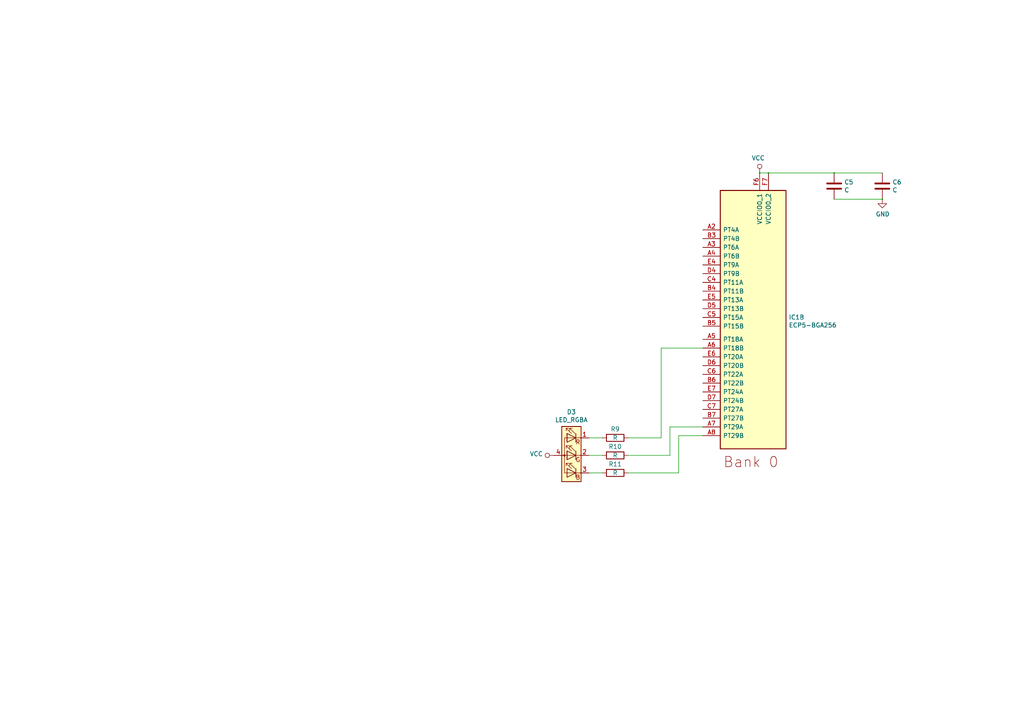
<source format=kicad_sch>
(kicad_sch (version 20200714) (host eeschema "5.99.0-unknown-027b6c8cf~102~ubuntu20.04.1")
  (page 6 6)
  (paper "A4")
  (lib_symbols
    (symbol "Device:C" (pin_numbers hide) (pin_names (offset 0.254))
      (property "Reference" "C" (at 0.635 2.54 0))
      (property "Value" "C" (at 0.635 -2.54 0))
      (symbol "C_0_1"
        (polyline (pts (xy -2.032 -0.762) (xy 2.032 -0.762)) (stroke (width 0.508)))
        (polyline (pts (xy -2.032 0.762) (xy 2.032 0.762)) (stroke (width 0.508)))
      )
      (symbol "C_1_1"
        (pin passive line (at 0 3.81 270) (length 2.794) (name "~") (number "1"))
        (pin passive line (at 0 -3.81 90) (length 2.794) (name "~") (number "2"))
      )
    )
    (symbol "Device:LED_RGBA" (pin_names (offset 0) hide)
      (property "Reference" "D" (at 0 9.398 0))
      (property "Value" "LED_RGBA" (at 0 -8.89 0))
      (symbol "LED_RGBA_0_1"
        (circle (center 2.032 0) (radius 0.254) (fill (type outline)))
        (rectangle (start 1.27 -1.27) (end 1.27 1.27))
        (rectangle (start 1.27 1.27) (end 1.27 1.27))
        (rectangle (start 1.27 3.81) (end 1.27 6.35))
        (rectangle (start 1.27 6.35) (end 1.27 6.35))
        (rectangle (start 2.794 8.382) (end -2.794 -7.62) (stroke (width 0.254)) (fill (type background)))
        (polyline (pts (xy -1.27 -5.08) (xy -2.54 -5.08)))
        (polyline (pts (xy -1.27 -5.08) (xy 1.27 -5.08)))
        (polyline (pts (xy -1.27 -3.81) (xy -1.27 -6.35)))
        (polyline (pts (xy -1.27 -3.81) (xy -1.27 -6.35)) (stroke (width 0.2032)))
        (polyline (pts (xy -1.27 0) (xy -2.54 0)))
        (polyline (pts (xy -1.27 0) (xy 1.27 0)))
        (polyline (pts (xy -1.27 1.27) (xy -1.27 -1.27)) (stroke (width 0.2032)))
        (polyline (pts (xy -1.27 5.08) (xy -2.54 5.08)))
        (polyline (pts (xy -1.27 6.35) (xy -1.27 3.81)) (stroke (width 0.2032)))
        (polyline (pts (xy 1.27 0) (xy 2.54 0)))
        (polyline (pts (xy 1.27 5.08) (xy -1.27 5.08)))
        (polyline (pts (xy -1.27 1.27) (xy -1.27 -1.27) (xy -1.27 -1.27)))
        (polyline (pts (xy -1.27 6.35) (xy -1.27 3.81) (xy -1.27 3.81)))
        (polyline (pts (xy 1.27 -5.08) (xy 2.032 -5.08) (xy 2.032 5.08) (xy 1.27 5.08)))
        (polyline (pts (xy 1.27 -3.81) (xy 1.27 -6.35) (xy -1.27 -5.08) (xy 1.27 -3.81)) (stroke (width 0.2032)))
        (polyline (pts (xy 1.27 1.27) (xy 1.27 -1.27) (xy -1.27 0) (xy 1.27 1.27)) (stroke (width 0.2032)))
        (polyline (pts (xy 1.27 6.35) (xy 1.27 3.81) (xy -1.27 5.08) (xy 1.27 6.35)) (stroke (width 0.2032)))
        (polyline (pts (xy -1.016 -3.81) (xy 0.508 -2.286) (xy -0.254 -2.286) (xy 0.508 -2.286) (xy 0.508 -3.048)))
        (polyline (pts (xy -1.016 1.27) (xy 0.508 2.794) (xy -0.254 2.794) (xy 0.508 2.794) (xy 0.508 2.032)))
        (polyline (pts (xy -1.016 6.35) (xy 0.508 7.874) (xy -0.254 7.874) (xy 0.508 7.874) (xy 0.508 7.112)))
        (polyline (pts (xy 0 -3.81) (xy 1.524 -2.286) (xy 0.762 -2.286) (xy 1.524 -2.286) (xy 1.524 -3.048)))
        (polyline (pts (xy 0 1.27) (xy 1.524 2.794) (xy 0.762 2.794) (xy 1.524 2.794) (xy 1.524 2.032)))
        (polyline (pts (xy 0 6.35) (xy 1.524 7.874) (xy 0.762 7.874) (xy 1.524 7.874) (xy 1.524 7.112)))
      )
      (symbol "LED_RGBA_0_0"
        (text "B" (at -1.905 -6.35 0) (effects (font (size 1.27 1.27))))
        (text "G" (at -1.905 -1.27 0) (effects (font (size 1.27 1.27))))
        (text "R" (at -1.905 3.81 0) (effects (font (size 1.27 1.27))))
      )
      (symbol "LED_RGBA_1_1"
        (pin passive line (at -5.08 5.08 0) (length 2.54) (name "RK") (number "1"))
        (pin passive line (at -5.08 0 0) (length 2.54) (name "GK") (number "2"))
        (pin passive line (at -5.08 -5.08 0) (length 2.54) (name "BK") (number "3"))
        (pin passive line (at 5.08 0 180) (length 2.54) (name "A") (number "4"))
      )
    )
    (symbol "Device:R" (pin_numbers hide) (pin_names (offset 0))
      (property "Reference" "R" (at 2.032 0 90))
      (property "Value" "R" (at 0 0 90))
      (symbol "R_0_1"
        (rectangle (start -1.016 -2.54) (end 1.016 2.54) (stroke (width 0.254)))
      )
      (symbol "R_1_1"
        (pin passive line (at 0 3.81 270) (length 1.27) (name "~") (number "1"))
        (pin passive line (at 0 -3.81 90) (length 1.27) (name "~") (number "2"))
      )
    )
    (symbol "mini_mipi:ECP5-BGA256" (pin_names (offset 0.762))
      (property "Reference" "IC" (at -2.54 1.27 0))
      (property "Value" "ECP5-BGA256" (at 10.16 1.27 0))
      (symbol "ECP5-BGA256_8_0"
        (text "(Config)" (at 13.97 -97.79 0) (effects (font (size 2.9972 2.9972))))
        (text "Bank 8" (at 13.97 -92.71 0) (effects (font (size 2.9972 2.9972))))
      )
      (symbol "ECP5-BGA256_1_1"
        (text "FPGA Supplies" (at 19.05 -76.2 0) (effects (font (size 2.9972 2.9972))))
        (pin power_in line (at 38.1 -2.54 180) (length 5.08) (name "GND_1") (number "A1"))
        (pin power_in line (at 38.1 -5.08 180) (length 5.08) (name "GND_2") (number "A16"))
        (pin power_in line (at 38.1 -10.16 180) (length 5.08) (name "GND_4") (number "D15"))
        (pin power_in line (at 38.1 -7.62 180) (length 5.08) (name "GND_3") (number "D2"))
        (pin power_in line (at 38.1 -12.7 180) (length 5.08) (name "GND_5") (number "F8"))
        (pin power_in line (at 38.1 -15.24 180) (length 5.08) (name "GND_6") (number "F9"))
        (pin power_in line (at 38.1 -20.32 180) (length 5.08) (name "GND_8") (number "G10"))
        (pin power_in line (at 0 -66.04 0) (length 5.08) (name "VCCAUX_1") (number "G11"))
        (pin power_in line (at 0 -2.54 0) (length 5.08) (name "VCC_1") (number "G6"))
        (pin power_in line (at 0 -5.08 0) (length 5.08) (name "VCC_2") (number "G7"))
        (pin power_in line (at 38.1 -17.78 180) (length 5.08) (name "GND_7") (number "G8"))
        (pin power_in line (at 0 -7.62 0) (length 5.08) (name "VCC_3") (number "G9"))
        (pin power_in line (at 38.1 -22.86 180) (length 5.08) (name "GND_9") (number "H1"))
        (pin power_in line (at 38.1 -30.48 180) (length 5.08) (name "GND_12") (number "H10"))
        (pin power_in line (at 38.1 -33.02 180) (length 5.08) (name "GND_13") (number "H16"))
        (pin power_in line (at 38.1 -25.4 180) (length 5.08) (name "GND_10") (number "H8"))
        (pin power_in line (at 38.1 -27.94 180) (length 5.08) (name "GND_11") (number "H9"))
        (pin power_in line (at 38.1 -40.64 180) (length 5.08) (name "GND_16") (number "J10"))
        (pin power_in line (at 38.1 -35.56 180) (length 5.08) (name "GND_14") (number "J8"))
        (pin power_in line (at 38.1 -38.1 180) (length 5.08) (name "GND_15") (number "J9"))
        (pin power_in line (at 38.1 -53.34 180) (length 5.08) (name "GND_21") (number "K10"))
        (pin power_in line (at 38.1 -43.18 180) (length 5.08) (name "GND_17") (number "K6"))
        (pin power_in line (at 38.1 -45.72 180) (length 5.08) (name "GND_18") (number "K7"))
        (pin power_in line (at 38.1 -48.26 180) (length 5.08) (name "GND_19") (number "K8"))
        (pin power_in line (at 38.1 -50.8 180) (length 5.08) (name "GND_20") (number "K9"))
        (pin power_in line (at 0 -15.24 0) (length 5.08) (name "VCC_6") (number "L10"))
        (pin power_in line (at 0 -68.58 0) (length 5.08) (name "VCCAUX_2") (number "L7"))
        (pin power_in line (at 0 -10.16 0) (length 5.08) (name "VCC_4") (number "L8"))
        (pin power_in line (at 0 -12.7 0) (length 5.08) (name "VCC_5") (number "L9"))
        (pin power_in line (at 38.1 -58.42 180) (length 5.08) (name "GND_23") (number "N15"))
        (pin power_in line (at 38.1 -55.88 180) (length 5.08) (name "GND_22") (number "N2"))
        (pin power_in line (at 38.1 -60.96 180) (length 5.08) (name "GND_24") (number "T1"))
        (pin power_in line (at 38.1 -66.04 180) (length 5.08) (name "GND_26") (number "T12"))
        (pin bidirectional line (at 38.1 -68.58 180) (length 5.08) (name "GND_27") (number "T16"))
        (pin power_in line (at 38.1 -63.5 180) (length 5.08) (name "GND_25") (number "T5"))
      )
      (symbol "ECP5-BGA256_2_1"
        (text "Bank 0" (at 10.16 -78.74 0) (effects (font (size 2.9972 2.9972))))
        (rectangle (start 0 0) (end 19.05 -74.93) (stroke (width 0.3048)) (fill (type background)))
        (pin bidirectional line (at 24.13 -11.43 180) (length 5.08) (name "PT4A") (number "A2"))
        (pin bidirectional line (at 24.13 -16.51 180) (length 5.08) (name "PT6A") (number "A3"))
        (pin bidirectional line (at 24.13 -19.05 180) (length 5.08) (name "PT6B") (number "A4"))
        (pin bidirectional line (at 24.13 -43.18 180) (length 5.08) (name "PT18A") (number "A5"))
        (pin bidirectional line (at 24.13 -45.72 180) (length 5.08) (name "PT18B") (number "A6"))
        (pin bidirectional line (at 24.13 -68.58 180) (length 5.08) (name "PT29A") (number "A7"))
        (pin bidirectional line (at 24.13 -71.12 180) (length 5.08) (name "PT29B") (number "A8"))
        (pin bidirectional line (at 24.13 -13.97 180) (length 5.08) (name "PT4B") (number "B3"))
        (pin bidirectional line (at 24.13 -29.21 180) (length 5.08) (name "PT11B") (number "B4"))
        (pin bidirectional line (at 24.13 -39.37 180) (length 5.08) (name "PT15B") (number "B5"))
        (pin bidirectional line (at 24.13 -55.88 180) (length 5.08) (name "PT22B") (number "B6"))
        (pin bidirectional line (at 24.13 -66.04 180) (length 5.08) (name "PT27B") (number "B7"))
        (pin bidirectional line (at 24.13 -26.67 180) (length 5.08) (name "PT11A") (number "C4"))
        (pin bidirectional line (at 24.13 -36.83 180) (length 5.08) (name "PT15A") (number "C5"))
        (pin bidirectional line (at 24.13 -53.34 180) (length 5.08) (name "PT22A") (number "C6"))
        (pin bidirectional line (at 24.13 -63.5 180) (length 5.08) (name "PT27A") (number "C7"))
        (pin bidirectional line (at 24.13 -24.13 180) (length 5.08) (name "PT9B") (number "D4"))
        (pin bidirectional line (at 24.13 -34.29 180) (length 5.08) (name "PT13B") (number "D5"))
        (pin bidirectional line (at 24.13 -50.8 180) (length 5.08) (name "PT20B") (number "D6"))
        (pin bidirectional line (at 24.13 -60.96 180) (length 5.08) (name "PT24B") (number "D7"))
        (pin bidirectional line (at 24.13 -21.59 180) (length 5.08) (name "PT9A") (number "E4"))
        (pin bidirectional line (at 24.13 -31.75 180) (length 5.08) (name "PT13A") (number "E5"))
        (pin bidirectional line (at 24.13 -48.26 180) (length 5.08) (name "PT20A") (number "E6"))
        (pin bidirectional line (at 24.13 -58.42 180) (length 5.08) (name "PT24A") (number "E7"))
        (pin power_in line (at 7.62 5.08 270) (length 5.08) (name "VCCIO0_1") (number "F6"))
        (pin power_in line (at 5.08 5.08 270) (length 5.08) (name "VCCIO0_2") (number "F7"))
      )
      (symbol "ECP5-BGA256_3_1"
        (text "Bank 1" (at 8.89 -96.52 0) (effects (font (size 2.9972 2.9972))))
        (pin bidirectional line (at 26.67 -34.29 180) (length 5.08) (name "PT42B") (number "A10"))
        (pin bidirectional line (at 26.67 -57.15 180) (length 5.08) (name "PT53A") (number "A11"))
        (pin bidirectional line (at 26.67 -59.69 180) (length 5.08) (name "PT53B") (number "A12"))
        (pin bidirectional line (at 26.67 -82.55 180) (length 5.08) (name "PT65A") (number "A13"))
        (pin bidirectional line (at 26.67 -85.09 180) (length 5.08) (name "PT65B") (number "A14"))
        (pin bidirectional line (at 26.67 -90.17 180) (length 5.08) (name "PT67B") (number "A15"))
        (pin bidirectional line (at 26.67 -31.75 180) (length 5.08) (name "PT42A") (number "A9"))
        (pin bidirectional line (at 26.67 -36.83 180) (length 5.08) (name "PT44A") (number "B10"))
        (pin bidirectional line (at 26.67 -46.99 180) (length 5.08) (name "PT49A") (number "B11"))
        (pin bidirectional line (at 26.67 -62.23 180) (length 5.08) (name "PT56A") (number "B12"))
        (pin bidirectional line (at 26.67 -72.39 180) (length 5.08) (name "PT60A") (number "B13"))
        (pin bidirectional line (at 26.67 -87.63 180) (length 5.08) (name "PT67A") (number "B14"))
        (pin bidirectional line (at 26.67 -19.05 180) (length 5.08) (name "PT35B") (number "B8"))
        (pin bidirectional line (at 26.67 -21.59 180) (length 5.08) (name "PT38A") (number "B9"))
        (pin bidirectional line (at 26.67 -39.37 180) (length 5.08) (name "PT44B") (number "C10"))
        (pin bidirectional line (at 26.67 -49.53 180) (length 5.08) (name "PT49B") (number "C11"))
        (pin bidirectional line (at 26.67 -64.77 180) (length 5.08) (name "PT56B") (number "C12"))
        (pin bidirectional line (at 26.67 -74.93 180) (length 5.08) (name "PT60B") (number "C13"))
        (pin bidirectional line (at 26.67 -16.51 180) (length 5.08) (name "PT35A") (number "C8"))
        (pin bidirectional line (at 26.67 -24.13 180) (length 5.08) (name "PT38B") (number "C9"))
        (pin bidirectional line (at 26.67 -41.91 180) (length 5.08) (name "PT47A") (number "D10"))
        (pin bidirectional line (at 26.67 -52.07 180) (length 5.08) (name "PT51A") (number "D11"))
        (pin bidirectional line (at 26.67 -67.31 180) (length 5.08) (name "PT58A") (number "D12"))
        (pin bidirectional line (at 26.67 -77.47 180) (length 5.08) (name "PT62A") (number "D13"))
        (pin bidirectional line (at 26.67 -13.97 180) (length 5.08) (name "PT33B") (number "D8"))
        (pin bidirectional line (at 26.67 -26.67 180) (length 5.08) (name "PT40A") (number "D9"))
        (pin bidirectional line (at 26.67 -44.45 180) (length 5.08) (name "PT47B") (number "E10"))
        (pin bidirectional line (at 26.67 -54.61 180) (length 5.08) (name "PT51B") (number "E11"))
        (pin bidirectional line (at 26.67 -69.85 180) (length 5.08) (name "PT58B") (number "E12"))
        (pin bidirectional line (at 26.67 -80.01 180) (length 5.08) (name "PT62B") (number "E13"))
        (pin bidirectional line (at 26.67 -11.43 180) (length 5.08) (name "PT33A") (number "E8"))
        (pin bidirectional line (at 26.67 -29.21 180) (length 5.08) (name "PT40B") (number "E9"))
        (pin power_in line (at 6.35 5.08 270) (length 5.08) (name "VCCIO1_1") (number "F10"))
        (pin power_in line (at 3.81 5.08 270) (length 5.08) (name "VCCIO1_2") (number "F11"))
      )
      (symbol "ECP5-BGA256_4_1"
        (text "Bank 2" (at 10.16 -97.79 0) (effects (font (size 2.9972 2.9972))))
        (rectangle (start 0 0) (end 19.05 -93.98) (stroke (width 0.3048)) (fill (type background)))
        (pin bidirectional line (at 24.13 -13.97 180) (length 5.08) (name "PR2B") (number "B15"))
        (pin bidirectional line (at 24.13 -11.43 180) (length 5.08) (name "PR2A") (number "B16"))
        (pin bidirectional line (at 24.13 -16.51 180) (length 5.08) (name "PR2C") (number "C14"))
        (pin bidirectional line (at 24.13 -24.13 180) (length 5.08) (name "PR5B") (number "C15"))
        (pin bidirectional line (at 24.13 -21.59 180) (length 5.08) (name "PR5A") (number "C16"))
        (pin bidirectional line (at 24.13 -19.05 180) (length 5.08) (name "PR2D") (number "D14"))
        (pin bidirectional line (at 24.13 -31.75 180) (length 5.08) (name "PR8A") (number "D16"))
        (pin bidirectional line (at 24.13 -26.67 180) (length 5.08) (name "PR5C") (number "E14"))
        (pin bidirectional line (at 24.13 -34.29 180) (length 5.08) (name "PR8B") (number "E15"))
        (pin bidirectional line (at 24.13 -49.53 180) (length 5.08) (name "PR11D") (number "E16"))
        (pin bidirectional line (at 24.13 -39.37 180) (length 5.08) (name "PR8D") (number "F12"))
        (pin bidirectional line (at 24.13 -36.83 180) (length 5.08) (name "PR8C") (number "F13"))
        (pin bidirectional line (at 24.13 -29.21 180) (length 5.08) (name "PR5D") (number "F14"))
        (pin bidirectional line (at 24.13 -46.99 180) (length 5.08) (name "PR11C") (number "F15"))
        (pin bidirectional line (at 24.13 -52.07 180) (length 5.08) (name "PR14A") (number "F16"))
        (pin bidirectional line (at 24.13 -41.91 180) (length 5.08) (name "PR11A") (number "G12"))
        (pin bidirectional line (at 24.13 -44.45 180) (length 5.08) (name "PR11B") (number "G13"))
        (pin bidirectional line (at 24.13 -57.15 180) (length 5.08) (name "PR14C") (number "G14"))
        (pin bidirectional line (at 24.13 -54.61 180) (length 5.08) (name "PR14B") (number "G15"))
        (pin bidirectional line (at 24.13 -72.39 180) (length 5.08) (name "PR20A") (number "G16"))
        (pin power_in line (at 3.81 5.08 270) (length 5.08) (name "VCCIO2_1") (number "H11"))
        (pin bidirectional line (at 24.13 -62.23 180) (length 5.08) (name "PR17A") (number "H12"))
        (pin bidirectional line (at 24.13 -64.77 180) (length 5.08) (name "PR17B") (number "H13"))
        (pin bidirectional line (at 24.13 -59.69 180) (length 5.08) (name "PR14D") (number "H14"))
        (pin bidirectional line (at 24.13 -74.93 180) (length 5.08) (name "PR20B") (number "H15"))
        (pin power_in line (at 6.35 5.08 270) (length 5.08) (name "VCCIO2_2") (number "J11"))
        (pin bidirectional line (at 24.13 -69.85 180) (length 5.08) (name "PR17D") (number "J12"))
        (pin bidirectional line (at 24.13 -67.31 180) (length 5.08) (name "PR17C") (number "J13"))
        (pin bidirectional line (at 24.13 -77.47 180) (length 5.08) (name "PR20C") (number "J14"))
        (pin bidirectional line (at 24.13 -85.09 180) (length 5.08) (name "PR23B") (number "J15"))
        (pin bidirectional line (at 24.13 -82.55 180) (length 5.08) (name "PR23A") (number "J16"))
        (pin bidirectional line (at 24.13 -80.01 180) (length 5.08) (name "PR20D") (number "K14"))
        (pin bidirectional line (at 24.13 -90.17 180) (length 5.08) (name "PR23D") (number "K15"))
        (pin bidirectional line (at 24.13 -87.63 180) (length 5.08) (name "PR23C") (number "K16"))
      )
      (symbol "ECP5-BGA256_5_1"
        (text "Bank 3" (at 15.24 -96.52 0) (effects (font (size 2.9972 2.9972))))
        (pin power_in line (at 3.81 5.08 270) (length 5.08) (name "VCCIO3_1") (number "K11"))
        (pin bidirectional line (at 25.4 -22.86 180) (length 5.08) (name "PR29B") (number "K12"))
        (pin bidirectional line (at 25.4 -20.32 180) (length 5.08) (name "PR29A") (number "K13"))
        (pin power_in line (at 6.35 5.08 270) (length 5.08) (name "VCCIO3_2") (number "L11"))
        (pin bidirectional line (at 25.4 -27.94 180) (length 5.08) (name "PR29D") (number "L12"))
        (pin bidirectional line (at 25.4 -25.4 180) (length 5.08) (name "PR29C") (number "L13"))
        (pin bidirectional line (at 25.4 -35.56 180) (length 5.08) (name "PR32C") (number "L14"))
        (pin bidirectional line (at 25.4 -12.7 180) (length 5.08) (name "PR26B") (number "L15"))
        (pin bidirectional line (at 25.4 -10.16 180) (length 5.08) (name "PR26A") (number "L16"))
        (pin bidirectional line (at 25.4 -81.28 180) (length 5.08) (name "PR47A") (number "M11"))
        (pin bidirectional line (at 25.4 -76.2 180) (length 5.08) (name "PR44C") (number "M12"))
        (pin bidirectional line (at 25.4 -45.72 180) (length 5.08) (name "PR35C") (number "M13"))
        (pin bidirectional line (at 25.4 -38.1 180) (length 5.08) (name "PR32D") (number "M14"))
        (pin bidirectional line (at 25.4 -17.78 180) (length 5.08) (name "PR26D") (number "M15"))
        (pin bidirectional line (at 25.4 -15.24 180) (length 5.08) (name "PR26C") (number "M16"))
        (pin bidirectional line (at 25.4 -83.82 180) (length 5.08) (name "PR47B") (number "N11"))
        (pin bidirectional line (at 25.4 -78.74 180) (length 5.08) (name "PR44D") (number "N12"))
        (pin bidirectional line (at 25.4 -50.8 180) (length 5.08) (name "PR38A") (number "N13"))
        (pin bidirectional line (at 25.4 -48.26 180) (length 5.08) (name "PR35D") (number "N14"))
        (pin bidirectional line (at 25.4 -30.48 180) (length 5.08) (name "PR32A") (number "N16"))
        (pin bidirectional line (at 25.4 -86.36 180) (length 5.08) (name "PR47C") (number "P11"))
        (pin bidirectional line (at 25.4 -88.9 180) (length 5.08) (name "PR47D") (number "P12"))
        (pin bidirectional line (at 25.4 -60.96 180) (length 5.08) (name "PR41A") (number "P13"))
        (pin bidirectional line (at 25.4 -53.34 180) (length 5.08) (name "PR38B") (number "P14"))
        (pin bidirectional line (at 25.4 -33.02 180) (length 5.08) (name "PR32B") (number "P15"))
        (pin bidirectional line (at 25.4 -40.64 180) (length 5.08) (name "PR35A") (number "P16"))
        (pin bidirectional line (at 25.4 -71.12 180) (length 5.08) (name "PR44A") (number "R12"))
        (pin bidirectional line (at 25.4 -66.04 180) (length 5.08) (name "PR41C") (number "R13"))
        (pin bidirectional line (at 25.4 -63.5 180) (length 5.08) (name "PR41B") (number "R14"))
        (pin bidirectional line (at 25.4 -55.88 180) (length 5.08) (name "PR38C") (number "R15"))
        (pin bidirectional line (at 25.4 -43.18 180) (length 5.08) (name "PR35B") (number "R16"))
        (pin bidirectional line (at 25.4 -73.66 180) (length 5.08) (name "PR44B") (number "T13"))
        (pin bidirectional line (at 25.4 -68.58 180) (length 5.08) (name "PR41D") (number "T14"))
        (pin bidirectional line (at 25.4 -58.42 180) (length 5.08) (name "PR38D") (number "T15"))
      )
      (symbol "ECP5-BGA256_6_1"
        (text "Bank 6" (at 11.43 -110.49 0) (effects (font (size 2.9972 2.9972))))
        (rectangle (start 0 0) (end 19.05 -106.68) (stroke (width 0.3048)) (fill (type background)))
        (pin power_in line (at 3.81 5.08 270) (length 5.08) (name "VCCIO6_1") (number "J6"))
        (pin power_in line (at 6.35 5.08 270) (length 5.08) (name "VCCIO6_2") (number "J7"))
        (pin bidirectional line (at 24.13 -25.4 180) (length 5.08) (name "PL29A") (number "K4"))
        (pin bidirectional line (at 24.13 -27.94 180) (length 5.08) (name "PL29B") (number "K5"))
        (pin bidirectional line (at 24.13 -13.97 180) (length 5.08) (name "PL26A") (number "L1"))
        (pin bidirectional line (at 24.13 -16.51 180) (length 5.08) (name "PL26B") (number "L2"))
        (pin bidirectional line (at 24.13 -41.91 180) (length 5.08) (name "PL32C") (number "L3"))
        (pin bidirectional line (at 24.13 -30.48 180) (length 5.08) (name "PL29C") (number "L4"))
        (pin bidirectional line (at 24.13 -33.02 180) (length 5.08) (name "PL29D") (number "L5"))
        (pin bidirectional line (at 24.13 -19.05 180) (length 5.08) (name "PL26C") (number "M1"))
        (pin bidirectional line (at 24.13 -21.59 180) (length 5.08) (name "PL26D") (number "M2"))
        (pin bidirectional line (at 24.13 -44.45 180) (length 5.08) (name "PL32D") (number "M3"))
        (pin bidirectional line (at 24.13 -53.34 180) (length 5.08) (name "PL35C") (number "M4"))
        (pin bidirectional line (at 24.13 -78.74 180) (length 5.08) (name "PL44C") (number "M5"))
        (pin bidirectional line (at 24.13 -96.52 180) (length 5.08) (name "PL47A") (number "M6"))
        (pin bidirectional line (at 24.13 -36.83 180) (length 5.08) (name "PL32A") (number "N1"))
        (pin bidirectional line (at 24.13 -55.88 180) (length 5.08) (name "PL35D") (number "N3"))
        (pin bidirectional line (at 24.13 -60.96 180) (length 5.08) (name "PL38A") (number "N4"))
        (pin bidirectional line (at 24.13 -81.28 180) (length 5.08) (name "PL44D") (number "N5"))
        (pin bidirectional line (at 24.13 -99.06 180) (length 5.08) (name "PL47B") (number "N6"))
        (pin bidirectional line (at 24.13 -48.26 180) (length 5.08) (name "PL35A") (number "P1"))
        (pin bidirectional line (at 24.13 -39.37 180) (length 5.08) (name "PL32B") (number "P2"))
        (pin bidirectional line (at 24.13 -63.5 180) (length 5.08) (name "PL38B") (number "P3"))
        (pin bidirectional line (at 24.13 -85.09 180) (length 5.08) (name "PL41A") (number "P4"))
        (pin bidirectional line (at 24.13 -101.6 180) (length 5.08) (name "PL47D") (number "P5"))
        (pin bidirectional line (at 24.13 -104.14 180) (length 5.08) (name "PL47C") (number "P6"))
        (pin bidirectional line (at 24.13 -50.8 180) (length 5.08) (name "PL35B") (number "R1"))
        (pin bidirectional line (at 24.13 -66.04 180) (length 5.08) (name "PL38C") (number "R2"))
        (pin bidirectional line (at 24.13 -87.63 180) (length 5.08) (name "PL41B") (number "R3"))
        (pin bidirectional line (at 24.13 -90.17 180) (length 5.08) (name "PL41C") (number "R4"))
        (pin bidirectional line (at 24.13 -73.66 180) (length 5.08) (name "PL44A") (number "R5"))
        (pin bidirectional line (at 24.13 -68.58 180) (length 5.08) (name "PL38D") (number "T2"))
        (pin bidirectional line (at 24.13 -92.71 180) (length 5.08) (name "PL41D") (number "T3"))
        (pin bidirectional line (at 24.13 -76.2 180) (length 5.08) (name "PL44B") (number "T4"))
      )
      (symbol "ECP5-BGA256_7_1"
        (text "Bank 7" (at 12.7 -113.03 0) (effects (font (size 2.9972 2.9972))))
        (rectangle (start 0 0) (end 20.32 -109.22) (stroke (width 0.3048)) (fill (type background)))
        (pin bidirectional line (at 25.4 -10.16 180) (length 5.08) (name "PL2A") (number "B1"))
        (pin bidirectional line (at 25.4 -12.7 180) (length 5.08) (name "PL2B") (number "B2"))
        (pin bidirectional line (at 25.4 -22.86 180) (length 5.08) (name "PL5A") (number "C1"))
        (pin bidirectional line (at 25.4 -25.4 180) (length 5.08) (name "PL5B") (number "C2"))
        (pin bidirectional line (at 25.4 -15.24 180) (length 5.08) (name "PL2C") (number "C3"))
        (pin bidirectional line (at 25.4 -35.56 180) (length 5.08) (name "PL8A") (number "D1"))
        (pin bidirectional line (at 25.4 -17.78 180) (length 5.08) (name "PL2D") (number "D3"))
        (pin bidirectional line (at 25.4 -54.61 180) (length 5.08) (name "PL11D") (number "E1"))
        (pin bidirectional line (at 25.4 -38.1 180) (length 5.08) (name "PL8B") (number "E2"))
        (pin bidirectional line (at 25.4 -27.94 180) (length 5.08) (name "PL5C") (number "E3"))
        (pin bidirectional line (at 25.4 -59.69 180) (length 5.08) (name "PL14A") (number "F1"))
        (pin bidirectional line (at 25.4 -52.07 180) (length 5.08) (name "PL11C") (number "F2"))
        (pin bidirectional line (at 25.4 -30.48 180) (length 5.08) (name "PL5D") (number "F3"))
        (pin bidirectional line (at 25.4 -40.64 180) (length 5.08) (name "PL8C") (number "F4"))
        (pin bidirectional line (at 25.4 -43.18 180) (length 5.08) (name "PL8D") (number "F5"))
        (pin bidirectional line (at 25.4 -82.55 180) (length 5.08) (name "PL20A") (number "G1"))
        (pin bidirectional line (at 25.4 -62.23 180) (length 5.08) (name "PL14B") (number "G2"))
        (pin bidirectional line (at 25.4 -64.77 180) (length 5.08) (name "PL14C") (number "G3"))
        (pin bidirectional line (at 25.4 -49.53 180) (length 5.08) (name "PL11B") (number "G4"))
        (pin bidirectional line (at 25.4 -46.99 180) (length 5.08) (name "PL11A") (number "G5"))
        (pin bidirectional line (at 25.4 -85.09 180) (length 5.08) (name "PL20B") (number "H2"))
        (pin bidirectional line (at 25.4 -67.31 180) (length 5.08) (name "PL14D") (number "H3"))
        (pin bidirectional line (at 25.4 -73.66 180) (length 5.08) (name "PL17B") (number "H4"))
        (pin bidirectional line (at 25.4 -71.12 180) (length 5.08) (name "PL17A") (number "H5"))
        (pin power_in line (at 7.62 5.08 270) (length 5.08) (name "VCCIO7_1") (number "H6"))
        (pin power_in line (at 5.08 5.08 270) (length 5.08) (name "VCCIO7_2") (number "H7"))
        (pin bidirectional line (at 25.4 -95.25 180) (length 5.08) (name "PL23A") (number "J1"))
        (pin bidirectional line (at 25.4 -97.79 180) (length 5.08) (name "PL23B") (number "J2"))
        (pin bidirectional line (at 25.4 -87.63 180) (length 5.08) (name "PL20C") (number "J3"))
        (pin bidirectional line (at 25.4 -76.2 180) (length 5.08) (name "PL17C") (number "J4"))
        (pin bidirectional line (at 25.4 -78.74 180) (length 5.08) (name "PL17D") (number "J5"))
        (pin bidirectional line (at 25.4 -100.33 180) (length 5.08) (name "PL23C") (number "K1"))
        (pin bidirectional line (at 25.4 -102.87 180) (length 5.08) (name "PL23D") (number "K2"))
        (pin bidirectional line (at 25.4 -90.17 180) (length 5.08) (name "PL20D") (number "K3"))
      )
      (symbol "ECP5-BGA256_1_0"
        (rectangle (start 5.08 0) (end 33.02 -71.12) (stroke (width 0.3048)) (fill (type background)))
      )
      (symbol "ECP5-BGA256_3_0"
        (rectangle (start 0 0) (end 21.59 -93.98) (stroke (width 0.3048)) (fill (type background)))
      )
      (symbol "ECP5-BGA256_5_0"
        (rectangle (start 0 0) (end 20.32 -91.44) (stroke (width 0.3048)) (fill (type background)))
      )
      (symbol "ECP5-BGA256_8_1"
        (rectangle (start 0 0) (end 21.59 -88.9) (stroke (width 0.3048)) (fill (type background)))
        (pin power_in line (at 5.08 5.08 270) (length 5.08) (name "VCCIO8") (number "L6"))
        (pin output line (at 26.67 -57.15 180) (length 5.08) (name "TDO") (number "M10"))
        (pin bidirectional line (at 26.67 -24.13 180) (length 5.08) (name "D2/PB9B") (number "M7"))
        (pin bidirectional line (at 26.67 -39.37 180) (length 5.08) (name "DOUT/CSON/PB15B") (number "M8"))
        (pin bidirectional line (at 26.67 -41.91 180) (length 5.08) (name "WRITEEN/PB18A") (number "M9"))
        (pin input line (at 26.67 -68.58 180) (length 5.08) (name "CFG_0") (number "N10"))
        (pin bidirectional line (at 26.67 -21.59 180) (length 5.08) (name "D3/PB9A") (number "N7"))
        (pin bidirectional line (at 26.67 -36.83 180) (length 5.08) (name "HOLDN/CSN/PB15A") (number "N8"))
        (pin bidirectional line (at 26.67 -63.5 180) (length 5.08) (name "MCLK/SCLK/CCLK") (number "N9"))
        (pin input line (at 26.67 -71.12 180) (length 5.08) (name "CFG_1") (number "P10"))
        (pin bidirectional line (at 26.67 -19.05 180) (length 5.08) (name "D4/COPI2/PB6B") (number "P7"))
        (pin bidirectional line (at 26.67 -34.29 180) (length 5.08) (name "CS1N/PB13B") (number "P8"))
        (pin bidirectional line (at 26.67 -80.01 180) (length 5.08) (name "DONE") (number "P9"))
        (pin input line (at 26.67 -73.66 180) (length 5.08) (name "CFG_2") (number "R10"))
        (pin input line (at 26.67 -54.61 180) (length 5.08) (name "TDI") (number "R11"))
        (pin bidirectional line (at 26.67 -13.97 180) (length 5.08) (name "D6/PB4B") (number "R6"))
        (pin bidirectional line (at 26.67 -16.51 180) (length 5.08) (name "D5/CIPO2/PB6A") (number "R7"))
        (pin bidirectional line (at 26.67 -31.75 180) (length 5.08) (name "SN/CSN/PB13A") (number "R8"))
        (pin bidirectional line (at 26.67 -85.09 180) (length 5.08) (name "PROGRAMN") (number "R9"))
        (pin input line (at 26.67 -52.07 180) (length 5.08) (name "TCK") (number "T10"))
        (pin input line (at 26.67 -49.53 180) (length 5.08) (name "TMS") (number "T11"))
        (pin bidirectional line (at 26.67 -11.43 180) (length 5.08) (name "D7/PB4A") (number "T6"))
        (pin bidirectional line (at 26.67 -26.67 180) (length 5.08) (name "D1/CIPO/PB11A") (number "T7"))
        (pin bidirectional line (at 26.67 -29.21 180) (length 5.08) (name "D0/COPI/PB11B") (number "T8"))
        (pin bidirectional line (at 26.67 -82.55 180) (length 5.08) (name "INITN") (number "T9"))
      )
    )
    (symbol "power:GND" (power) (pin_names (offset 0))
      (property "Value" "GND" (at 0 -3.81 0))
      (symbol "GND_0_1"
        (polyline (pts (xy 0 0) (xy 0 -1.27) (xy 1.27 -1.27) (xy 0 -2.54) (xy -1.27 -1.27) (xy 0 -1.27)))
      )
      (symbol "GND_1_1"
        (pin power_in line (at 0 0 270) (length 0) hide (name "GND") (number "1"))
      )
    )
    (symbol "power:VCC" (power) (pin_names (offset 0))
      (property "Value" "VCC" (at 0 3.81 0))
      (symbol "VCC_0_1"
        (circle (center 0 1.905) (radius 0.635))
        (polyline (pts (xy 0 0) (xy 0 1.27)))
      )
      (symbol "VCC_1_1"
        (pin power_in line (at 0 0 90) (length 0) hide (name "VCC") (number "1"))
      )
    )
  )
  (bus_alias "SDIO" (members "DAT[0..3]" "CMD" "CLK"))
  (junction (at 220.345 50.165) (diameter 0.3048))
  (junction (at 222.885 50.165) (diameter 0.3048))
  (junction (at 241.935 50.165) (diameter 0.3048))
  (junction (at 255.905 57.785) (diameter 0.3048))
  (wire (pts (xy 170.815 127) (xy 174.625 127)))
  (wire (pts (xy 170.815 132.08) (xy 174.625 132.08)))
  (wire (pts (xy 170.815 137.16) (xy 174.625 137.16)))
  (wire (pts (xy 182.245 132.08) (xy 194.31 132.08)))
  (wire (pts (xy 191.77 100.965) (xy 191.77 127)))
  (wire (pts (xy 191.77 100.965) (xy 203.835 100.965)))
  (wire (pts (xy 191.77 127) (xy 182.245 127)))
  (wire (pts (xy 194.31 123.825) (xy 203.835 123.825)))
  (wire (pts (xy 194.31 132.08) (xy 194.31 123.825)))
  (wire (pts (xy 196.85 126.365) (xy 196.85 137.16)))
  (wire (pts (xy 196.85 137.16) (xy 182.245 137.16)))
  (wire (pts (xy 203.835 126.365) (xy 196.85 126.365)))
  (wire (pts (xy 220.345 50.165) (xy 222.885 50.165)))
  (wire (pts (xy 222.885 50.165) (xy 241.935 50.165)))
  (wire (pts (xy 241.935 50.165) (xy 255.905 50.165)))
  (wire (pts (xy 241.935 57.785) (xy 255.905 57.785)))
  (symbol (lib_id "power:VCC") (at 160.655 132.08 90) (unit 1)
    (property "Reference" "#PWR0150" (effects hide))
    (property "Value" "VCC" (at 157.4799 131.6482 90) (effects (justify left)))
  )
  (symbol (lib_id "power:VCC") (at 220.345 50.165 0) (mirror y) (unit 1)
    (property "Reference" "#PWR0147" (effects hide))
    (property "Value" "VCC" (at 219.9132 45.8406 0))
  )
  (symbol (lib_id "power:GND") (at 255.905 57.785 0) (unit 1)
    (property "Reference" "#PWR0146" (effects hide))
    (property "Value" "GND" (at 256.0193 62.1094 0))
  )
  (symbol (lib_id "Device:R") (at 178.435 127 90) (unit 1)
    (property "Reference" "R9" (at 178.435 124.46 90))
    (property "Value" "R" (at 178.435 127 90))
    (property "Footprint" "Resistor_SMD:R_0402_1005Metric" (effects hide))
  )
  (symbol (lib_id "Device:R") (at 178.435 132.08 90) (unit 1)
    (property "Reference" "R10" (at 178.435 129.54 90))
    (property "Value" "R" (at 178.435 132.08 90))
    (property "Footprint" "Resistor_SMD:R_0402_1005Metric" (effects hide))
  )
  (symbol (lib_id "Device:R") (at 178.435 137.16 90) (unit 1)
    (property "Reference" "R11" (at 178.435 134.62 90))
    (property "Value" "R" (at 178.435 137.16 90))
    (property "Footprint" "Resistor_SMD:R_0402_1005Metric" (effects hide))
  )
  (symbol (lib_id "Device:C") (at 241.935 53.975 0) (unit 1)
    (property "Reference" "C5" (at 244.8561 52.8256 0) (effects (justify left)))
    (property "Value" "C" (at 244.8561 55.1243 0) (effects (justify left)))
    (property "Footprint" "Capacitor_SMD:C_0402_1005Metric" (effects hide))
  )
  (symbol (lib_id "Device:C") (at 255.905 53.975 0) (unit 1)
    (property "Reference" "C6" (at 258.826 52.826 0) (effects (justify left)))
    (property "Value" "C" (at 258.8261 55.1243 0) (effects (justify left)))
    (property "Footprint" "Capacitor_SMD:C_0402_1005Metric" (effects hide))
  )
  (symbol (lib_id "Device:LED_RGBA") (at 165.735 132.08 0) (mirror y) (unit 1)
    (property "Reference" "D3" (at 165.735 119.4878 0))
    (property "Value" "LED_RGBA" (at 165.735 121.7865 0))
    (property "Footprint" "mini-mipi:LED_0404" (effects hide))
  )
  (symbol (lib_id "mini_mipi:ECP5-BGA256") (at 227.965 55.245 0) (mirror y) (unit 2)
    (property "Reference" "IC1" (at 228.7525 92.0219 0) (effects (justify right)))
    (property "Value" "ECP5-BGA256" (at 228.7525 94.3206 0) (effects (justify right)))
    (property "Footprint" "mini-mipi:BGA256C80P16X16_1400X1400X170" (effects hide))
    (property "Description" "FPGA - Field Programmable Gate Array ECP5; 12k LUTs; 1.1V" (effects hide))
    (property "Height" "1.7" (effects hide))
    (property "Manufacturer_Name" "Lattice" (effects hide))
    (property "Manufacturer_Part_Number" "LFE5U-12F-6BG256C" (effects hide))
    (property "Mouser Part Number" "842-LFE5U12F6BG256C" (effects hide))
    (property "Mouser Price/Stock" "https://www.mouser.com/Search/Refine.aspx?Keyword=842-LFE5U12F6BG256C" (effects hide))
  )
)
</source>
